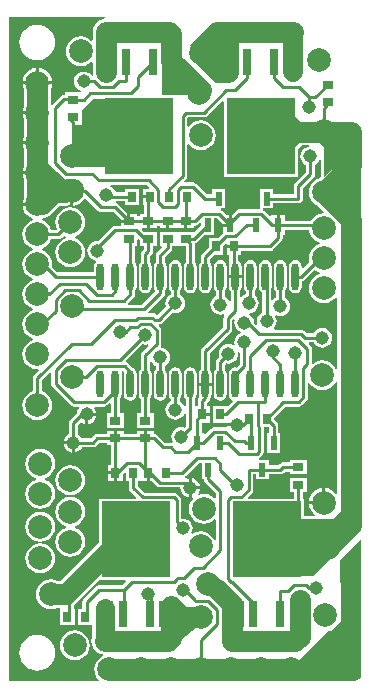
<source format=gtl>
%FSLAX25Y25*%
%MOIN*%
G70*
G01*
G75*
G04 Layer_Physical_Order=1*
G04 Layer_Color=255*
%ADD10R,0.03543X0.02756*%
%ADD11R,0.22835X0.25197*%
%ADD12R,0.03150X0.08661*%
%ADD13R,0.02362X0.04528*%
%ADD14R,0.02756X0.03543*%
%ADD15O,0.02362X0.09055*%
%ADD16C,0.07000*%
%ADD17C,0.01000*%
%ADD18C,0.06400*%
%ADD19C,0.06500*%
%ADD20R,0.60500X0.07500*%
%ADD21R,0.08000X0.18500*%
%ADD22C,0.07874*%
%ADD23C,0.04500*%
G36*
X47327Y165734D02*
X47136Y165272D01*
X45075D01*
Y163000D01*
X47453D01*
Y162000D01*
X45075D01*
Y159728D01*
X45471D01*
Y156831D01*
X44228D01*
Y155982D01*
X43272D01*
Y156831D01*
X41000D01*
Y154453D01*
X40500D01*
Y153953D01*
X37728D01*
Y152955D01*
X35925D01*
X35340Y152838D01*
X34844Y152507D01*
X30102Y147765D01*
X30000Y147778D01*
X29152Y147666D01*
X28361Y147339D01*
X27682Y146818D01*
X27161Y146139D01*
X26834Y145348D01*
X26722Y144500D01*
X26834Y143652D01*
X27161Y142861D01*
X27682Y142182D01*
X28361Y141661D01*
X29152Y141334D01*
X29313Y141312D01*
X29427Y140832D01*
X29427Y140832D01*
X29427D01*
D01*
D01*
D01*
X28945Y140111D01*
X28776Y139260D01*
Y137443D01*
X16720D01*
X14885Y139278D01*
X14980Y140000D01*
X14810Y141289D01*
X14312Y142490D01*
X13521Y143521D01*
X12490Y144313D01*
X11434Y144750D01*
Y145250D01*
X12490Y145687D01*
X13521Y146479D01*
X14312Y147510D01*
X14710Y148471D01*
X17000D01*
X17585Y148587D01*
X18081Y148919D01*
X18751Y149588D01*
X19567Y149250D01*
Y148750D01*
X18510Y148312D01*
X17479Y147521D01*
X16688Y146490D01*
X16190Y145289D01*
X16020Y144000D01*
X16190Y142711D01*
X16688Y141510D01*
X17479Y140479D01*
X18510Y139688D01*
X19711Y139190D01*
X21000Y139020D01*
X22289Y139190D01*
X23490Y139688D01*
X24521Y140479D01*
X25313Y141510D01*
X25810Y142711D01*
X25980Y144000D01*
X25810Y145289D01*
X25313Y146490D01*
X24521Y147521D01*
X23490Y148312D01*
X22433Y148750D01*
Y149250D01*
X23490Y149688D01*
X24521Y150479D01*
X25313Y151510D01*
X25810Y152711D01*
X25980Y154000D01*
X25810Y155289D01*
X25313Y156490D01*
X24521Y157521D01*
X23490Y158312D01*
X22289Y158810D01*
X21000Y158980D01*
X19711Y158810D01*
X18510Y158312D01*
X17479Y157521D01*
X16688Y156490D01*
X16190Y155289D01*
X16020Y154000D01*
X16190Y152711D01*
X16507Y151945D01*
X16230Y151529D01*
X14710D01*
X14312Y152490D01*
X13521Y153521D01*
X12490Y154313D01*
X11434Y154750D01*
Y155250D01*
X12150Y155547D01*
X12675Y155616D01*
X13316Y155881D01*
X13769Y156069D01*
X14709Y156791D01*
X17380Y159461D01*
X19068D01*
X20243Y159616D01*
X20371Y159669D01*
X21000Y159586D01*
Y164500D01*
X22000D01*
Y159586D01*
X22789Y159690D01*
X23990Y160187D01*
X25021Y160979D01*
X25737Y161912D01*
X26236Y161944D01*
X30262Y157919D01*
X30758Y157587D01*
X30855Y157568D01*
X31343Y157471D01*
X35319D01*
X37728Y155061D01*
Y154953D01*
X40000D01*
Y157116D01*
X37034Y160081D01*
X36538Y160413D01*
X36236Y160473D01*
X36285Y160971D01*
X39169D01*
Y159728D01*
X43925D01*
Y165272D01*
X39169D01*
Y164029D01*
X36091D01*
X35839Y164639D01*
X35318Y165318D01*
X34639Y165839D01*
X34298Y165980D01*
X34395Y166471D01*
X46590D01*
X47327Y165734D01*
D02*
G37*
G36*
X104480Y174628D02*
Y169399D01*
X103665Y168584D01*
X103010Y168313D01*
X101979Y167521D01*
X101188Y166490D01*
X100690Y165289D01*
X100520Y164000D01*
X100690Y162711D01*
X101188Y161510D01*
X101979Y160479D01*
X103010Y159687D01*
X103548Y159465D01*
X105571Y157441D01*
X105411Y156968D01*
X104211Y156810D01*
X103010Y156313D01*
X101979Y155521D01*
X101272Y154600D01*
X92421D01*
Y156335D01*
X90740D01*
Y153071D01*
X89740D01*
Y156335D01*
X88059D01*
Y156154D01*
X87597Y155963D01*
X85644Y157916D01*
X85238Y158187D01*
X85384Y158665D01*
X88681D01*
Y160400D01*
X97000D01*
X97585Y160516D01*
X98081Y160848D01*
X98413Y161344D01*
X98529Y161929D01*
X98529Y161929D01*
X98529Y161929D01*
Y161929D01*
Y165366D01*
X102081Y168919D01*
X102413Y169415D01*
X102432Y169512D01*
X102529Y170000D01*
Y173116D01*
X102639Y173161D01*
X103318Y173682D01*
X103839Y174361D01*
X103990Y174726D01*
X104480Y174628D01*
D02*
G37*
G36*
X34000Y178000D02*
X22000D01*
Y186000D01*
X22500Y186500D01*
X25000D01*
Y191500D01*
X28500Y195000D01*
X34000D01*
Y178000D01*
D02*
G37*
G36*
X113500Y182000D02*
Y171500D01*
X108000D01*
X105500Y169000D01*
Y179000D01*
X102500Y182000D01*
X114500Y183000D01*
X113500Y182000D01*
D02*
G37*
G36*
X60000Y152075D02*
X62272D01*
Y152923D01*
X62576D01*
X63161Y153040D01*
X63657Y153371D01*
X64117Y153831D01*
X64579Y153640D01*
Y153053D01*
X62399Y150873D01*
X62272Y150925D01*
Y150925D01*
X62272Y150925D01*
X56728D01*
D01*
D01*
X56728Y150925D01*
X56272Y150925D01*
Y150925D01*
X50728D01*
Y146169D01*
X51353D01*
X51544Y145707D01*
X49919Y144081D01*
X49587Y143585D01*
X49471Y143000D01*
Y140861D01*
X49428Y140832D01*
X48945Y140111D01*
X48776Y139260D01*
Y132567D01*
X48945Y131716D01*
X49389Y131052D01*
X44866Y126529D01*
X40346D01*
X40154Y126991D01*
X42081Y128919D01*
X42413Y129415D01*
X42529Y130000D01*
Y130966D01*
X42573Y130994D01*
X43055Y131716D01*
X43224Y132567D01*
Y139260D01*
X43055Y140111D01*
X42573Y140832D01*
X42529Y140861D01*
Y146169D01*
X43272D01*
Y148230D01*
X43734Y148422D01*
X44228Y147927D01*
Y146169D01*
X45471D01*
Y145133D01*
X44919Y144581D01*
X44587Y144085D01*
X44471Y143500D01*
Y140861D01*
X44427Y140832D01*
X43945Y140111D01*
X43776Y139260D01*
Y132567D01*
X43945Y131716D01*
X44427Y130994D01*
X45149Y130512D01*
X46000Y130343D01*
X46851Y130512D01*
X47572Y130994D01*
X48055Y131716D01*
X48224Y132567D01*
Y139260D01*
X48055Y140111D01*
X47572Y140832D01*
X47529Y140861D01*
Y142867D01*
X48081Y143419D01*
X48413Y143915D01*
X48529Y144500D01*
Y146169D01*
X49772D01*
Y150925D01*
X45556D01*
X44868Y151613D01*
X45060Y152075D01*
X46500D01*
Y154453D01*
X47500D01*
Y152075D01*
X49772D01*
Y152923D01*
X50728D01*
Y152075D01*
X53000D01*
Y154453D01*
X54000D01*
Y152075D01*
X56272D01*
Y152075D01*
X56272D01*
X56272Y152075D01*
X56728Y152075D01*
Y152075D01*
X59000D01*
Y154453D01*
X60000D01*
Y152075D01*
D02*
G37*
G36*
X113000Y55000D02*
X113500D01*
X113000Y54500D01*
Y54000D01*
X112546Y54045D01*
X105000Y46500D01*
X109500D01*
X111000Y45000D01*
X102000Y36000D01*
X95000D01*
Y46500D01*
X95947D01*
X95500Y55000D01*
X108500D01*
X111500Y58000D01*
X113000D01*
Y55000D01*
D02*
G37*
G36*
X64819Y68307D02*
X65509D01*
X65587Y67915D01*
X65919Y67419D01*
X69460Y63877D01*
Y62250D01*
X69011Y62029D01*
X67990Y62813D01*
X66789Y63310D01*
X65500Y63480D01*
X64211Y63310D01*
X63938Y63197D01*
X63634Y63593D01*
X63839Y63861D01*
X64166Y64652D01*
X64212Y65000D01*
X61500D01*
Y62288D01*
X61613Y62303D01*
X61863Y61870D01*
X61187Y60990D01*
X60690Y59789D01*
X60520Y58500D01*
X60690Y57211D01*
X61187Y56010D01*
X61979Y54979D01*
X63010Y54188D01*
X64211Y53690D01*
X65500Y53520D01*
X66789Y53690D01*
X67990Y54188D01*
X69011Y54971D01*
X69460Y54750D01*
Y48208D01*
X68970Y48111D01*
X68813Y48490D01*
X68021Y49521D01*
X66990Y50313D01*
X65789Y50810D01*
X64500Y50980D01*
X63211Y50810D01*
X62010Y50313D01*
X61763Y50123D01*
X61366Y50427D01*
X61666Y51152D01*
X61778Y52000D01*
X61666Y52848D01*
X61339Y53639D01*
X60818Y54318D01*
X60139Y54839D01*
X59348Y55166D01*
X58500Y55278D01*
X58299Y55252D01*
X57923Y55581D01*
Y61523D01*
X57807Y62108D01*
X57475Y62604D01*
X56596Y63483D01*
X56100Y63815D01*
X55515Y63931D01*
X45732D01*
X43529Y66133D01*
Y67728D01*
X44331D01*
Y67728D01*
X44331D01*
X44331Y67728D01*
X44669D01*
Y67728D01*
X46547D01*
Y70500D01*
X47547D01*
Y67728D01*
X48291D01*
X49872Y66147D01*
X49872D01*
X49872Y66147D01*
X49872D01*
X49872Y66147D01*
Y66147D01*
X49872Y66147D01*
Y66147D01*
X50368Y65815D01*
X50954Y65699D01*
X57547D01*
X57722Y65500D01*
X57834Y64652D01*
X58161Y63861D01*
X58682Y63182D01*
X59361Y62661D01*
X60152Y62334D01*
X60500Y62288D01*
Y65500D01*
Y68712D01*
X60152Y68666D01*
X59947Y68581D01*
X59857Y68641D01*
X59272Y68758D01*
X59272Y69319D01*
X59420Y69419D01*
X63807Y73805D01*
X64819D01*
Y68307D01*
D02*
G37*
G36*
X109961Y100795D02*
Y63574D01*
X109488Y63413D01*
X109021Y64021D01*
X107990Y64812D01*
X106789Y65310D01*
X106000Y65414D01*
Y60500D01*
X105500D01*
Y60000D01*
X100586D01*
X100690Y59211D01*
X101188Y58010D01*
X101979Y56979D01*
X102612Y56493D01*
X102451Y56020D01*
X98894D01*
Y61902D01*
X98529D01*
Y64169D01*
X99772D01*
Y68925D01*
X94228D01*
Y64169D01*
X95471D01*
Y61902D01*
X80375D01*
X80183Y62363D01*
X81581Y63762D01*
X81913Y64258D01*
X82029Y64843D01*
X82029Y64843D01*
X82029Y64843D01*
Y64843D01*
Y70042D01*
X82819D01*
Y68307D01*
X87181D01*
Y69971D01*
X91000D01*
X91585Y70087D01*
X92081Y70419D01*
X92586Y70923D01*
X94228D01*
Y70075D01*
X99772D01*
Y74831D01*
X94228D01*
Y73982D01*
X91953D01*
X91368Y73866D01*
X90871Y73534D01*
X90367Y73029D01*
X87181D01*
Y74835D01*
X83884D01*
X83738Y75313D01*
X84144Y75584D01*
X84144Y75584D01*
X84144Y75584D01*
X85022Y76463D01*
X85354Y76959D01*
X85470Y77544D01*
X85470Y77544D01*
X85470Y77544D01*
Y77544D01*
Y85728D01*
X87062D01*
X87211Y85579D01*
Y83693D01*
X86559D01*
Y77165D01*
X90921D01*
Y83693D01*
X90270D01*
Y86213D01*
X90153Y86798D01*
X89822Y87294D01*
X88831Y88285D01*
Y88715D01*
X92645Y92530D01*
X97110D01*
X97696Y92646D01*
X98192Y92978D01*
X98192Y92978D01*
X98192Y92978D01*
X99762Y94548D01*
X100094Y95044D01*
X100210Y95630D01*
X100210Y95630D01*
X100210Y95630D01*
Y95630D01*
Y100415D01*
X100688Y100510D01*
X101479Y99479D01*
X102510Y98687D01*
X103711Y98190D01*
X105000Y98020D01*
X106289Y98190D01*
X107490Y98687D01*
X108521Y99479D01*
X109312Y100510D01*
X109471Y100892D01*
X109961Y100795D01*
D02*
G37*
G36*
X62500Y19500D02*
X63500D01*
X54000Y11500D01*
X55000Y20000D01*
X58500Y23500D01*
X62500Y19500D01*
D02*
G37*
G36*
X77000Y203000D02*
X74500Y200500D01*
X69500D01*
X61500Y208500D01*
Y212500D01*
X61000Y213000D01*
X65500Y217500D01*
X70000D01*
X77000Y203000D01*
D02*
G37*
G36*
X1000Y222500D02*
X32680D01*
X32713Y222001D01*
X31825Y221884D01*
X30731Y221431D01*
X29791Y220709D01*
X29069Y219769D01*
X28616Y218675D01*
X28461Y217500D01*
Y214749D01*
X28013Y214528D01*
X26990Y215313D01*
X25789Y215810D01*
X24500Y215980D01*
X23211Y215810D01*
X22010Y215313D01*
X20979Y214521D01*
X20188Y213490D01*
X19690Y212289D01*
X19520Y211000D01*
X19690Y209711D01*
X20188Y208510D01*
X20979Y207479D01*
X22010Y206687D01*
X23211Y206190D01*
X24500Y206020D01*
X25789Y206190D01*
X26990Y206687D01*
X28013Y207472D01*
X28461Y207251D01*
Y204000D01*
X28577Y203122D01*
X28115Y202931D01*
X27818Y203318D01*
X27139Y203839D01*
X26348Y204166D01*
X25500Y204278D01*
X24652Y204166D01*
X23861Y203839D01*
X23182Y203318D01*
X22661Y202639D01*
X22334Y201848D01*
X22222Y201000D01*
X22334Y200152D01*
X22661Y199361D01*
X23182Y198682D01*
X23861Y198161D01*
X24652Y197834D01*
X24682Y197830D01*
X24649Y197331D01*
X19228D01*
Y196529D01*
X19000D01*
X18415Y196413D01*
X17919Y196081D01*
X15001Y193164D01*
X14539Y193355D01*
Y198557D01*
X14810Y199211D01*
X14914Y200000D01*
X5086D01*
X5190Y199211D01*
X5461Y198557D01*
Y192443D01*
X5190Y191789D01*
X5086Y191000D01*
X10000D01*
Y190000D01*
X5086D01*
X5190Y189211D01*
X5461Y188557D01*
Y182443D01*
X5190Y181789D01*
X5086Y181000D01*
X10000D01*
Y180000D01*
X5086D01*
X5190Y179211D01*
X5461Y178557D01*
Y172443D01*
X5190Y171789D01*
X5086Y171000D01*
X8500D01*
Y173000D01*
X11500D01*
X12250Y173750D01*
X12500Y174500D01*
X20500Y167000D01*
X19000D01*
X10000Y163500D01*
X8500Y165000D01*
Y170000D01*
X5086D01*
X5190Y169211D01*
X5461Y168557D01*
Y161943D01*
X5190Y161289D01*
X5086Y160500D01*
X10000D01*
Y159500D01*
X5086D01*
X5190Y158711D01*
X5688Y157510D01*
X6479Y156479D01*
X7510Y155687D01*
X8567Y155250D01*
Y154750D01*
X7510Y154313D01*
X6479Y153521D01*
X5688Y152490D01*
X5190Y151289D01*
X5020Y150000D01*
X5190Y148711D01*
X5688Y147510D01*
X6479Y146479D01*
X7510Y145687D01*
X8567Y145250D01*
Y144750D01*
X7510Y144313D01*
X6479Y143521D01*
X5688Y142490D01*
X5190Y141289D01*
X5020Y140000D01*
X5190Y138711D01*
X5688Y137510D01*
X6479Y136479D01*
X7510Y135687D01*
X8567Y135250D01*
Y134750D01*
X7510Y134312D01*
X6479Y133521D01*
X5688Y132490D01*
X5190Y131289D01*
X5020Y130000D01*
X5190Y128711D01*
X5688Y127510D01*
X6479Y126479D01*
X7510Y125688D01*
X8567Y125250D01*
Y124750D01*
X7510Y124312D01*
X6479Y123521D01*
X5688Y122490D01*
X5190Y121289D01*
X5020Y120000D01*
X5190Y118711D01*
X5688Y117510D01*
X6479Y116479D01*
X7510Y115688D01*
X8567Y115250D01*
Y114750D01*
X7510Y114313D01*
X6479Y113521D01*
X5688Y112490D01*
X5190Y111289D01*
X5020Y110000D01*
X5190Y108711D01*
X5688Y107510D01*
X6479Y106479D01*
X7510Y105687D01*
X8711Y105190D01*
X10000Y105020D01*
X10216Y105049D01*
X10438Y104600D01*
X8919Y103081D01*
X8587Y102585D01*
X8471Y102000D01*
Y97710D01*
X7510Y97312D01*
X6479Y96521D01*
X5688Y95490D01*
X5190Y94289D01*
X5020Y93000D01*
X5190Y91711D01*
X5688Y90510D01*
X6479Y89479D01*
X7510Y88687D01*
X8711Y88190D01*
X10000Y88020D01*
X11289Y88190D01*
X12490Y88687D01*
X13521Y89479D01*
X14312Y90510D01*
X14810Y91711D01*
X14980Y93000D01*
X14810Y94289D01*
X14312Y95490D01*
X13521Y96521D01*
X12490Y97312D01*
X11529Y97710D01*
Y101366D01*
X14072Y103909D01*
X14534Y103717D01*
Y100248D01*
X14534Y100248D01*
X14534D01*
X14650Y99663D01*
X14981Y99167D01*
X21170Y92978D01*
X21667Y92646D01*
X22252Y92530D01*
X23779D01*
X24001Y92081D01*
X23661Y91639D01*
X23334Y90848D01*
X23280Y90443D01*
X20919Y88081D01*
X20587Y87585D01*
X20471Y87000D01*
Y83384D01*
X20361Y83339D01*
X19682Y82818D01*
X19161Y82139D01*
X18834Y81348D01*
X18788Y81000D01*
X22000D01*
Y80500D01*
X22500D01*
Y77288D01*
X22848Y77334D01*
X23639Y77661D01*
X24318Y78182D01*
X24839Y78861D01*
X24884Y78971D01*
X28500D01*
X29085Y79087D01*
X29581Y79419D01*
X29581Y79419D01*
X29581Y79419D01*
X30634Y80471D01*
X33228D01*
Y79669D01*
X34518D01*
Y73272D01*
X33669D01*
Y71000D01*
X36047D01*
Y70500D01*
X36547D01*
Y67728D01*
X38425D01*
Y70081D01*
X39113Y70768D01*
X39575Y70577D01*
Y67728D01*
X40471D01*
Y65500D01*
X40471Y65500D01*
X40471D01*
X40587Y64915D01*
X40919Y64419D01*
X42974Y62363D01*
X42782Y61902D01*
X30559D01*
Y47417D01*
X30296Y47215D01*
X17620Y34539D01*
X16443D01*
X15789Y34810D01*
X14500Y34980D01*
X13211Y34810D01*
X12010Y34312D01*
X10979Y33521D01*
X10187Y32490D01*
X9690Y31289D01*
X9520Y30000D01*
X9690Y28711D01*
X10187Y27510D01*
X10979Y26479D01*
X12010Y25688D01*
X13211Y25190D01*
X14500Y25020D01*
X15789Y25190D01*
X16443Y25461D01*
X17669D01*
Y25272D01*
X17669D01*
Y19728D01*
X22425D01*
Y25272D01*
X22077D01*
Y26305D01*
X22709Y26791D01*
X30624Y34705D01*
X39389D01*
X39580Y34243D01*
X38366Y33029D01*
X30429D01*
X29844Y32913D01*
X29348Y32581D01*
X25419Y28653D01*
X25087Y28156D01*
X24971Y27571D01*
Y25272D01*
X23575D01*
Y19728D01*
X28264D01*
Y16032D01*
X28116Y15675D01*
X27961Y14500D01*
X28116Y13325D01*
X28569Y12231D01*
X29291Y11291D01*
X30231Y10569D01*
X31325Y10116D01*
X31980Y10030D01*
X32045Y9534D01*
X31510Y9313D01*
X30479Y8521D01*
X29688Y7490D01*
X29190Y6289D01*
X29020Y5000D01*
X29190Y3711D01*
X29688Y2510D01*
X30479Y1479D01*
X30486Y1474D01*
X30325Y1000D01*
X500D01*
Y222347D01*
X962Y222538D01*
X1000Y222500D01*
D02*
G37*
G36*
X118000Y2000D02*
X116000Y1000D01*
X94500D01*
X97000Y7500D01*
X107063Y17563D01*
X108252D01*
X111437Y20748D01*
X111000Y38000D01*
Y41500D01*
X118000Y48000D01*
Y2000D01*
D02*
G37*
G36*
X63000Y200500D02*
Y200000D01*
X60000Y196500D01*
X51500D01*
Y204000D01*
X55500D01*
X57500Y206000D01*
X63000Y200500D01*
D02*
G37*
G36*
X98000Y187500D02*
X94000Y187000D01*
X95000Y188000D01*
Y190500D01*
X98000Y187500D01*
D02*
G37*
G36*
X97500Y181000D02*
X98000D01*
X95000Y178000D01*
Y183500D01*
X97500Y181000D01*
D02*
G37*
G36*
X72106Y194290D02*
Y169098D01*
X96941D01*
Y178499D01*
X98202Y179760D01*
X100544Y179721D01*
X100573Y179222D01*
X100152Y179166D01*
X99361Y178839D01*
X98682Y178318D01*
X98161Y177639D01*
X97834Y176848D01*
X97722Y176000D01*
X97834Y175152D01*
X98161Y174361D01*
X98682Y173682D01*
X99361Y173161D01*
X99471Y173116D01*
Y170633D01*
X95919Y167081D01*
X95587Y166585D01*
X95471Y166000D01*
Y163459D01*
X88681D01*
Y165193D01*
X84319D01*
Y158665D01*
D01*
Y158665D01*
X84018Y158364D01*
X77165D01*
X76580Y158248D01*
X76084Y157916D01*
X74740Y156572D01*
Y153071D01*
X74240D01*
Y152571D01*
X72059D01*
Y150580D01*
X71773Y150389D01*
X70156Y148772D01*
X67169D01*
Y145785D01*
X64919Y143534D01*
X64587Y143038D01*
X64471Y142453D01*
Y140861D01*
X64428Y140832D01*
X63946Y140111D01*
X63776Y139260D01*
Y132567D01*
X63946Y131716D01*
X64428Y130994D01*
X65149Y130512D01*
X66000Y130343D01*
X66851Y130512D01*
X67572Y130994D01*
X68054Y131716D01*
X68224Y132567D01*
Y139260D01*
X68054Y140111D01*
X67572Y140832D01*
X67529Y140861D01*
Y141819D01*
X68938Y143228D01*
X71925D01*
Y146215D01*
X72613Y146903D01*
X73075Y146711D01*
Y146500D01*
X75453D01*
Y145500D01*
X73075D01*
Y143228D01*
X73923D01*
Y140000D01*
X73776Y139260D01*
Y136413D01*
X78224D01*
Y139260D01*
X78054Y140111D01*
X77573Y140832D01*
X76982Y141227D01*
Y143228D01*
X77831D01*
Y144471D01*
X87500D01*
X88085Y144587D01*
X88581Y144919D01*
X88582Y144919D01*
X88581Y144919D01*
X91322Y147659D01*
X91653Y148155D01*
X91653Y148155D01*
X91653Y148155D01*
X91769Y148740D01*
Y149807D01*
X92421D01*
Y151541D01*
X100581D01*
X100690Y150711D01*
X101188Y149510D01*
X101979Y148479D01*
X103010Y147687D01*
X104067Y147250D01*
Y146750D01*
X103010Y146312D01*
X101979Y145521D01*
X101188Y144490D01*
X100690Y143289D01*
X100520Y142000D01*
X100674Y140837D01*
X98686Y138849D01*
X98224Y139040D01*
Y139260D01*
X98054Y140111D01*
X97572Y140832D01*
X96851Y141314D01*
X96000Y141484D01*
X95149Y141314D01*
X94428Y140832D01*
X93945Y140111D01*
X93776Y139260D01*
Y132567D01*
X93945Y131716D01*
X94428Y130994D01*
X95149Y130512D01*
X96000Y130343D01*
X96851Y130512D01*
X97572Y130994D01*
X98054Y131716D01*
X98224Y132567D01*
Y134446D01*
X98499Y134500D01*
X98995Y134832D01*
X102354Y138191D01*
X103010Y137688D01*
X104067Y137250D01*
Y136750D01*
X103010Y136312D01*
X101979Y135521D01*
X101188Y134490D01*
X100690Y133289D01*
X100520Y132000D01*
X100690Y130711D01*
X101188Y129510D01*
X101979Y128479D01*
X103010Y127688D01*
X104211Y127190D01*
X105500Y127020D01*
X106789Y127190D01*
X107990Y127688D01*
X109021Y128479D01*
X109488Y129087D01*
X109961Y128926D01*
Y105205D01*
X109471Y105108D01*
X109312Y105490D01*
X108521Y106521D01*
X107490Y107313D01*
X106289Y107810D01*
X105000Y107980D01*
X103711Y107810D01*
X102510Y107313D01*
X101978Y106904D01*
X101529Y107125D01*
Y111803D01*
X101413Y112389D01*
X101081Y112885D01*
X100458Y113509D01*
X100649Y113971D01*
X102116D01*
X102161Y113861D01*
X102682Y113182D01*
X103361Y112661D01*
X104152Y112334D01*
X105000Y112222D01*
X105848Y112334D01*
X106639Y112661D01*
X107318Y113182D01*
X107839Y113861D01*
X108166Y114652D01*
X108278Y115500D01*
X108166Y116348D01*
X107839Y117139D01*
X107318Y117818D01*
X106639Y118339D01*
X105848Y118666D01*
X105000Y118778D01*
X104152Y118666D01*
X103361Y118339D01*
X102682Y117818D01*
X102161Y117139D01*
X102116Y117029D01*
X99765D01*
X98963Y117831D01*
X98467Y118163D01*
X97882Y118279D01*
X89074D01*
X88853Y118728D01*
X89339Y119361D01*
X89666Y120152D01*
X89778Y121000D01*
X89666Y121848D01*
X89339Y122639D01*
X89329Y122652D01*
X89634Y123048D01*
X90152Y122834D01*
X91000Y122722D01*
X91848Y122834D01*
X92639Y123161D01*
X93318Y123682D01*
X93839Y124361D01*
X94166Y125152D01*
X94278Y126000D01*
X94166Y126848D01*
X93839Y127639D01*
X93318Y128318D01*
X92639Y128839D01*
X92529Y128884D01*
Y130966D01*
X92572Y130994D01*
X93054Y131716D01*
X93224Y132567D01*
Y139260D01*
X93054Y140111D01*
X92572Y140832D01*
X91851Y141314D01*
X91000Y141484D01*
X90149Y141314D01*
X89428Y140832D01*
X88946Y140111D01*
X88776Y139260D01*
Y132567D01*
X88946Y131716D01*
X89428Y130994D01*
X89471Y130966D01*
Y128884D01*
X89361Y128839D01*
X88682Y128318D01*
X88503Y128084D01*
X88029Y128245D01*
Y131678D01*
X88055Y131716D01*
X88224Y132567D01*
Y139260D01*
X88055Y140111D01*
X87572Y140832D01*
X86851Y141314D01*
X86000Y141484D01*
X85149Y141314D01*
X84427Y140832D01*
X83946Y140111D01*
X83776Y139260D01*
Y132567D01*
X83946Y131716D01*
X84427Y130994D01*
X84971Y130632D01*
Y123884D01*
X84861Y123839D01*
X84182Y123318D01*
X83661Y122639D01*
X83334Y121848D01*
X83222Y121000D01*
X83334Y120152D01*
X83425Y119932D01*
X83009Y119654D01*
X82265Y120398D01*
X82278Y120500D01*
X82166Y121348D01*
X81839Y122139D01*
X81318Y122818D01*
X80711Y123284D01*
X80840Y123767D01*
X81348Y123834D01*
X82139Y124161D01*
X82818Y124682D01*
X83339Y125361D01*
X83666Y126152D01*
X83778Y127000D01*
X83666Y127848D01*
X83339Y128639D01*
X82818Y129318D01*
X82529Y129539D01*
Y130966D01*
X82573Y130994D01*
X83055Y131716D01*
X83224Y132567D01*
Y139260D01*
X83055Y140111D01*
X82573Y140832D01*
X81851Y141314D01*
X81000Y141484D01*
X80149Y141314D01*
X79427Y140832D01*
X78945Y140111D01*
X78776Y139260D01*
Y132567D01*
X78945Y131716D01*
X79427Y130994D01*
X79471Y130966D01*
Y130091D01*
X78861Y129839D01*
X78182Y129318D01*
X78003Y129084D01*
X77529Y129245D01*
Y130966D01*
X77573Y130994D01*
X78054Y131716D01*
X78224Y132567D01*
Y135413D01*
X73776D01*
Y132567D01*
X73945Y131716D01*
X74427Y130994D01*
X74471Y130966D01*
Y127895D01*
X73980Y127798D01*
X73839Y128139D01*
X73318Y128818D01*
X72639Y129339D01*
X72529Y129384D01*
Y130966D01*
X72572Y130994D01*
X73054Y131716D01*
X73224Y132567D01*
Y139260D01*
X73054Y140111D01*
X72572Y140832D01*
X71851Y141314D01*
X71000Y141484D01*
X70149Y141314D01*
X69428Y140832D01*
X68945Y140111D01*
X68776Y139260D01*
Y132567D01*
X68945Y131716D01*
X69428Y130994D01*
X69471Y130966D01*
Y129384D01*
X69361Y129339D01*
X68682Y128818D01*
X68161Y128139D01*
X67834Y127348D01*
X67722Y126500D01*
X67834Y125652D01*
X68161Y124861D01*
X68682Y124182D01*
X69361Y123661D01*
X70152Y123334D01*
X71000Y123222D01*
X71848Y123334D01*
X72073Y123427D01*
X72080Y123420D01*
X72391Y123041D01*
X72087Y122585D01*
X71971Y122000D01*
Y119133D01*
X64919Y112081D01*
X64587Y111585D01*
X64471Y111000D01*
Y105034D01*
X64428Y105006D01*
X63946Y104284D01*
X63776Y103433D01*
Y100587D01*
X68224D01*
Y103433D01*
X68054Y104284D01*
X67572Y105006D01*
X67529Y105034D01*
Y110366D01*
X74581Y117419D01*
X74913Y117915D01*
X75029Y118500D01*
X75029Y118500D01*
X75029Y118500D01*
Y118500D01*
Y121367D01*
X75509Y121846D01*
X75925Y121568D01*
X75834Y121348D01*
X75722Y120500D01*
X75834Y119652D01*
X76161Y118861D01*
X76682Y118182D01*
X77361Y117661D01*
X77750Y117500D01*
Y117000D01*
X77361Y116839D01*
X76682Y116318D01*
X76161Y115639D01*
X75834Y114848D01*
X75722Y114000D01*
X75826Y113210D01*
X75446Y112991D01*
X75385Y112966D01*
X75318Y113018D01*
X74527Y113345D01*
X73679Y113457D01*
X72830Y113345D01*
X72040Y113018D01*
X71361Y112497D01*
X70840Y111818D01*
X70513Y111027D01*
X70401Y110179D01*
X70513Y109330D01*
X70558Y109221D01*
X69919Y108581D01*
X69587Y108085D01*
X69471Y107500D01*
Y105034D01*
X69428Y105006D01*
X68945Y104284D01*
X68776Y103433D01*
Y96740D01*
X68945Y95889D01*
X69428Y95168D01*
X70149Y94686D01*
X71000Y94516D01*
X71851Y94686D01*
X72572Y95168D01*
X73054Y95889D01*
X73224Y96740D01*
Y103433D01*
X73054Y104284D01*
X72572Y105006D01*
X72529Y105034D01*
Y106286D01*
X72781Y106894D01*
X72905Y107003D01*
X73679Y106901D01*
X74527Y107013D01*
X75318Y107340D01*
X75997Y107861D01*
X76518Y108540D01*
X76845Y109330D01*
X76957Y110179D01*
X76853Y110969D01*
X77038Y111075D01*
X77355Y110892D01*
X77471Y110614D01*
Y106633D01*
X76412Y105575D01*
X76000Y105657D01*
X75149Y105488D01*
X74427Y105006D01*
X73945Y104284D01*
X73776Y103433D01*
Y96740D01*
X73945Y95889D01*
X74427Y95168D01*
X75045Y94755D01*
X75094Y94257D01*
X73527Y92690D01*
X73331Y92772D01*
Y92772D01*
X73331Y92772D01*
X68575D01*
Y87228D01*
X72939D01*
X73139Y87000D01*
X76500D01*
Y86000D01*
X73288D01*
X73289Y85988D01*
X72924Y85646D01*
X72543Y85722D01*
X68938D01*
X68353Y85606D01*
X67856Y85274D01*
X65903Y83321D01*
X65441Y83512D01*
Y83693D01*
X64789D01*
Y87228D01*
X67425D01*
Y89500D01*
X65047D01*
Y90500D01*
X67425D01*
Y92772D01*
X66577D01*
Y93914D01*
X67081Y94419D01*
X67413Y94915D01*
X67447Y95083D01*
X67572Y95168D01*
X68054Y95889D01*
X68224Y96740D01*
Y99587D01*
X63776D01*
Y96740D01*
X63946Y95889D01*
X64058Y95721D01*
X63966Y95629D01*
X63634Y95132D01*
X63518Y94547D01*
Y92772D01*
X62669D01*
D01*
X62669D01*
X62529Y92912D01*
Y95139D01*
X62572Y95168D01*
X63055Y95889D01*
X63224Y96740D01*
Y103433D01*
X63055Y104284D01*
X62572Y105006D01*
X61851Y105488D01*
X61000Y105657D01*
X60149Y105488D01*
X59427Y105006D01*
X58946Y104284D01*
X58776Y103433D01*
Y96740D01*
X58946Y95889D01*
X59427Y95168D01*
X59471Y95139D01*
Y92895D01*
X58980Y92798D01*
X58839Y93139D01*
X58318Y93818D01*
X57639Y94339D01*
X57529Y94384D01*
Y95139D01*
X57573Y95168D01*
X58055Y95889D01*
X58224Y96740D01*
Y103433D01*
X58055Y104284D01*
X57573Y105006D01*
X56851Y105488D01*
X56000Y105657D01*
X55149Y105488D01*
X54427Y105006D01*
X53945Y104284D01*
X53776Y103433D01*
Y96740D01*
X53945Y95889D01*
X54427Y95168D01*
X54471Y95139D01*
Y94384D01*
X54361Y94339D01*
X53682Y93818D01*
X53161Y93139D01*
X52834Y92348D01*
X52722Y91500D01*
X52834Y90652D01*
X53161Y89861D01*
X53682Y89182D01*
X54361Y88661D01*
X55152Y88334D01*
X56000Y88222D01*
X56848Y88334D01*
X57639Y88661D01*
X58318Y89182D01*
X58839Y89861D01*
X58980Y90202D01*
X59471Y90105D01*
Y86116D01*
X59419Y86081D01*
X58958Y85621D01*
X58848Y85666D01*
X58000Y85778D01*
X57152Y85666D01*
X56361Y85339D01*
X55682Y84818D01*
X55161Y84139D01*
X54834Y83348D01*
X54722Y82500D01*
X54834Y81652D01*
X55161Y80861D01*
X54673Y80487D01*
X54458Y80529D01*
X52634D01*
X50034Y83129D01*
X49538Y83460D01*
X48953Y83577D01*
X48772D01*
Y84425D01*
X46500D01*
Y82047D01*
X45500D01*
Y84425D01*
X43228D01*
Y83577D01*
X38772D01*
Y84425D01*
X36500D01*
Y82047D01*
X35500D01*
Y84425D01*
X33228D01*
Y83529D01*
X30000D01*
X29415Y83413D01*
X28919Y83081D01*
X27867Y82029D01*
X24884D01*
X24839Y82139D01*
X24318Y82818D01*
X23639Y83339D01*
X23529Y83384D01*
Y86366D01*
X24557Y87394D01*
X24861Y87161D01*
X25652Y86834D01*
X26000Y86788D01*
Y90000D01*
X26500D01*
Y90500D01*
X29712D01*
X29666Y90848D01*
X29339Y91639D01*
X29000Y92081D01*
X29221Y92530D01*
X32111D01*
X32696Y92646D01*
X33192Y92978D01*
X33192Y92978D01*
X33192Y92978D01*
X34009Y93794D01*
X34471Y93603D01*
Y90331D01*
X33228D01*
Y85575D01*
X38772D01*
Y90331D01*
X37529D01*
Y95139D01*
X37573Y95168D01*
X38055Y95889D01*
X38224Y96740D01*
Y103433D01*
X38072Y104198D01*
X38194Y104348D01*
X38693Y104372D01*
X38918Y104147D01*
X38776Y103433D01*
Y96740D01*
X38945Y95889D01*
X39428Y95168D01*
X40149Y94686D01*
X41000Y94516D01*
X41851Y94686D01*
X42573Y95168D01*
X43055Y95889D01*
X43224Y96740D01*
Y103433D01*
X43055Y104284D01*
X42573Y105006D01*
X42009Y105382D01*
X40196Y107196D01*
X39722Y107512D01*
X39673Y108010D01*
X45042Y113379D01*
X45152Y113334D01*
X46000Y113222D01*
X46844Y113333D01*
X46875Y113270D01*
X47043Y112863D01*
X44946Y110766D01*
X44615Y110270D01*
X44498Y109684D01*
Y105053D01*
X44427Y105006D01*
X43945Y104284D01*
X43776Y103433D01*
Y96740D01*
X43945Y95889D01*
X44427Y95168D01*
X44471Y95139D01*
Y90331D01*
X43228D01*
Y85575D01*
X48772D01*
Y90331D01*
X47529D01*
Y95139D01*
X47572Y95168D01*
X48055Y95889D01*
X48224Y96740D01*
Y103433D01*
X48055Y104284D01*
X47572Y105006D01*
X47557Y105016D01*
Y107538D01*
X48047Y107636D01*
X48161Y107361D01*
X48682Y106682D01*
X49361Y106161D01*
X49471Y106116D01*
Y105034D01*
X49428Y105006D01*
X48945Y104284D01*
X48776Y103433D01*
Y96740D01*
X48945Y95889D01*
X49428Y95168D01*
X50149Y94686D01*
X51000Y94516D01*
X51851Y94686D01*
X52573Y95168D01*
X53054Y95889D01*
X53224Y96740D01*
Y103433D01*
X53054Y104284D01*
X52573Y105006D01*
X52529Y105034D01*
Y106116D01*
X52639Y106161D01*
X53318Y106682D01*
X53839Y107361D01*
X54166Y108152D01*
X54278Y109000D01*
X54166Y109848D01*
X53839Y110639D01*
X53318Y111318D01*
X52639Y111839D01*
X51848Y112166D01*
X51285Y112241D01*
X51079Y112696D01*
X51163Y112822D01*
X51279Y113407D01*
X51279Y113407D01*
X51279Y113407D01*
Y113407D01*
Y118053D01*
X51163Y118639D01*
X50831Y119135D01*
X50454Y119512D01*
X50599Y119990D01*
X51085Y120087D01*
X51581Y120419D01*
X55042Y123879D01*
X55152Y123834D01*
X56000Y123722D01*
X56848Y123834D01*
X57639Y124161D01*
X58318Y124682D01*
X58839Y125361D01*
X59166Y126152D01*
X59278Y127000D01*
X59166Y127848D01*
X58839Y128639D01*
X58318Y129318D01*
X57639Y129839D01*
X57529Y129884D01*
Y130966D01*
X57573Y130994D01*
X58055Y131716D01*
X58224Y132567D01*
Y139260D01*
X58055Y140111D01*
X57573Y140832D01*
X56851Y141314D01*
X56000Y141484D01*
X55149Y141314D01*
X54427Y140832D01*
X53945Y140111D01*
X53776Y139260D01*
Y132567D01*
X53945Y131716D01*
X54427Y130994D01*
X54471Y130966D01*
Y129884D01*
X54361Y129839D01*
X53682Y129318D01*
X53161Y128639D01*
X52834Y127848D01*
X52722Y127000D01*
X52834Y126152D01*
X52879Y126042D01*
X49867Y123029D01*
X49765D01*
X49463Y123331D01*
X48967Y123663D01*
X48382Y123779D01*
X47096D01*
X46904Y124241D01*
X52081Y129419D01*
X52413Y129915D01*
X52432Y130012D01*
X52529Y130500D01*
Y130966D01*
X52573Y130994D01*
X53054Y131716D01*
X53224Y132567D01*
Y139260D01*
X53054Y140111D01*
X52573Y140832D01*
X52529Y140861D01*
Y142367D01*
X54581Y144419D01*
X54913Y144915D01*
X55029Y145500D01*
Y146169D01*
X56272D01*
Y146169D01*
X56272D01*
X56272Y146169D01*
X56728Y146169D01*
Y146169D01*
X59471D01*
Y140861D01*
X59427Y140832D01*
X58946Y140111D01*
X58776Y139260D01*
Y132567D01*
X58946Y131716D01*
X59427Y130994D01*
X60149Y130512D01*
X61000Y130343D01*
X61851Y130512D01*
X62572Y130994D01*
X63055Y131716D01*
X63224Y132567D01*
Y139260D01*
X63055Y140111D01*
X62572Y140832D01*
X62529Y140861D01*
Y147047D01*
X62552Y147081D01*
X62822Y147134D01*
X63318Y147466D01*
X65659Y149807D01*
X68941D01*
Y155305D01*
X69843D01*
X71577Y153571D01*
X73740D01*
Y156335D01*
X73139D01*
X71558Y157916D01*
X71153Y158187D01*
X71298Y158665D01*
X72681D01*
Y165193D01*
X68319D01*
Y163459D01*
X66428D01*
X63033Y166853D01*
X62537Y167185D01*
X61952Y167301D01*
X59117D01*
X58926Y167763D01*
X59581Y168419D01*
X59913Y168915D01*
X60029Y169500D01*
X60029Y169500D01*
X60029Y169500D01*
Y169500D01*
Y179938D01*
X60503Y180099D01*
X60979Y179479D01*
X62010Y178688D01*
X63211Y178190D01*
X64500Y178020D01*
X65789Y178190D01*
X66990Y178688D01*
X68021Y179479D01*
X68813Y180510D01*
X69310Y181711D01*
X69480Y183000D01*
X69310Y184289D01*
X68813Y185490D01*
X68021Y186521D01*
X66990Y187312D01*
X65789Y187810D01*
X64500Y187980D01*
X63211Y187810D01*
X62010Y187312D01*
X60979Y186521D01*
X60503Y185901D01*
X60029Y186062D01*
Y188866D01*
X60133Y188971D01*
X65500D01*
X66085Y189087D01*
X66581Y189419D01*
X66581Y189419D01*
X66581Y189419D01*
X71644Y194482D01*
X72106Y194290D01*
D02*
G37*
%LPC*%
G36*
X11000Y57480D02*
X9711Y57310D01*
X8510Y56813D01*
X7479Y56021D01*
X6688Y54990D01*
X6190Y53789D01*
X6020Y52500D01*
X6190Y51211D01*
X6688Y50010D01*
X7479Y48979D01*
X8510Y48188D01*
X9711Y47690D01*
X11000Y47520D01*
X12289Y47690D01*
X13490Y48188D01*
X14521Y48979D01*
X15313Y50010D01*
X15810Y51211D01*
X15980Y52500D01*
X15810Y53789D01*
X15313Y54990D01*
X14521Y56021D01*
X13490Y56813D01*
X12289Y57310D01*
X11000Y57480D01*
D02*
G37*
G36*
Y78480D02*
X9711Y78310D01*
X8510Y77812D01*
X7479Y77021D01*
X6688Y75990D01*
X6190Y74789D01*
X6020Y73500D01*
X6190Y72211D01*
X6688Y71010D01*
X7479Y69979D01*
X8510Y69187D01*
X9567Y68750D01*
Y68250D01*
X8510Y67813D01*
X7479Y67021D01*
X6688Y65990D01*
X6190Y64789D01*
X6020Y63500D01*
X6190Y62211D01*
X6688Y61010D01*
X7479Y59979D01*
X8510Y59188D01*
X9711Y58690D01*
X11000Y58520D01*
X12289Y58690D01*
X13490Y59188D01*
X14521Y59979D01*
X15313Y61010D01*
X15810Y62211D01*
X15980Y63500D01*
X15810Y64789D01*
X15313Y65990D01*
X14521Y67021D01*
X13490Y67813D01*
X12433Y68250D01*
Y68750D01*
X13490Y69187D01*
X14521Y69979D01*
X15313Y71010D01*
X15810Y72211D01*
X15980Y73500D01*
X15810Y74789D01*
X15313Y75990D01*
X14521Y77021D01*
X13490Y77812D01*
X12289Y78310D01*
X11000Y78480D01*
D02*
G37*
G36*
X10000Y16450D02*
X8839Y16336D01*
X7723Y15997D01*
X6694Y15447D01*
X5793Y14707D01*
X5053Y13806D01*
X4503Y12777D01*
X4164Y11661D01*
X4050Y10500D01*
X4164Y9339D01*
X4503Y8223D01*
X5053Y7194D01*
X5793Y6293D01*
X6694Y5553D01*
X7723Y5003D01*
X8839Y4664D01*
X10000Y4550D01*
X11161Y4664D01*
X12277Y5003D01*
X13306Y5553D01*
X14207Y6293D01*
X14947Y7194D01*
X15497Y8223D01*
X15836Y9339D01*
X15950Y10500D01*
X15836Y11661D01*
X15497Y12777D01*
X14947Y13806D01*
X14207Y14707D01*
X13306Y15447D01*
X12277Y15997D01*
X11161Y16336D01*
X10000Y16450D01*
D02*
G37*
G36*
X22500Y17980D02*
X21211Y17810D01*
X20010Y17312D01*
X18979Y16521D01*
X18188Y15490D01*
X17690Y14289D01*
X17520Y13000D01*
X17690Y11711D01*
X18188Y10510D01*
X18979Y9479D01*
X20010Y8687D01*
X21211Y8190D01*
X22500Y8020D01*
X23789Y8190D01*
X24990Y8687D01*
X26021Y9479D01*
X26812Y10510D01*
X27310Y11711D01*
X27480Y13000D01*
X27310Y14289D01*
X26812Y15490D01*
X26021Y16521D01*
X24990Y17312D01*
X23789Y17810D01*
X22500Y17980D01*
D02*
G37*
G36*
X21000Y62480D02*
X19711Y62310D01*
X18510Y61813D01*
X17479Y61021D01*
X16688Y59990D01*
X16190Y58789D01*
X16020Y57500D01*
X16190Y56211D01*
X16688Y55010D01*
X17479Y53979D01*
X18510Y53188D01*
X19567Y52750D01*
Y52250D01*
X18510Y51812D01*
X17479Y51021D01*
X16688Y49990D01*
X16190Y48789D01*
X16020Y47500D01*
X16190Y46211D01*
X16688Y45010D01*
X17479Y43979D01*
X18510Y43187D01*
X19711Y42690D01*
X21000Y42520D01*
X22289Y42690D01*
X23490Y43187D01*
X24521Y43979D01*
X25313Y45010D01*
X25810Y46211D01*
X25980Y47500D01*
X25810Y48789D01*
X25313Y49990D01*
X24521Y51021D01*
X23490Y51812D01*
X22433Y52250D01*
Y52750D01*
X23490Y53188D01*
X24521Y53979D01*
X25313Y55010D01*
X25810Y56211D01*
X25980Y57500D01*
X25810Y58789D01*
X25313Y59990D01*
X24521Y61021D01*
X23490Y61813D01*
X22289Y62310D01*
X21000Y62480D01*
D02*
G37*
G36*
X11000Y46980D02*
X9711Y46810D01*
X8510Y46312D01*
X7479Y45521D01*
X6688Y44490D01*
X6190Y43289D01*
X6020Y42000D01*
X6190Y40711D01*
X6688Y39510D01*
X7479Y38479D01*
X8510Y37688D01*
X9711Y37190D01*
X11000Y37020D01*
X12289Y37190D01*
X13490Y37688D01*
X14521Y38479D01*
X15313Y39510D01*
X15810Y40711D01*
X15980Y42000D01*
X15810Y43289D01*
X15313Y44490D01*
X14521Y45521D01*
X13490Y46312D01*
X12289Y46810D01*
X11000Y46980D01*
D02*
G37*
G36*
X9500Y205414D02*
X8711Y205310D01*
X7510Y204813D01*
X6479Y204021D01*
X5688Y202990D01*
X5190Y201789D01*
X5086Y201000D01*
X9500D01*
Y205414D01*
D02*
G37*
G36*
X29712Y89500D02*
X27000D01*
Y86788D01*
X27348Y86834D01*
X28139Y87161D01*
X28818Y87682D01*
X29339Y88361D01*
X29666Y89152D01*
X29712Y89500D01*
D02*
G37*
G36*
X10000Y219950D02*
X8839Y219836D01*
X7723Y219497D01*
X6694Y218947D01*
X5793Y218207D01*
X5053Y217306D01*
X4503Y216277D01*
X4164Y215161D01*
X4050Y214000D01*
X4164Y212839D01*
X4503Y211723D01*
X5053Y210694D01*
X5793Y209793D01*
X6694Y209053D01*
X7723Y208503D01*
X8839Y208164D01*
X10000Y208050D01*
X11161Y208164D01*
X12277Y208503D01*
X13306Y209053D01*
X14207Y209793D01*
X14947Y210694D01*
X15497Y211723D01*
X15836Y212839D01*
X15950Y214000D01*
X15836Y215161D01*
X15497Y216277D01*
X14947Y217306D01*
X14207Y218207D01*
X13306Y218947D01*
X12277Y219497D01*
X11161Y219836D01*
X10000Y219950D01*
D02*
G37*
G36*
X10500Y205414D02*
Y201000D01*
X14914D01*
X14810Y201789D01*
X14312Y202990D01*
X13521Y204021D01*
X12490Y204813D01*
X11289Y205310D01*
X10500Y205414D01*
D02*
G37*
G36*
X21500Y80000D02*
X18788D01*
X18834Y79652D01*
X19161Y78861D01*
X19682Y78182D01*
X20361Y77661D01*
X21152Y77334D01*
X21500Y77288D01*
Y80000D01*
D02*
G37*
G36*
X21000Y72980D02*
X19711Y72810D01*
X18510Y72312D01*
X17479Y71521D01*
X16688Y70490D01*
X16190Y69289D01*
X16020Y68000D01*
X16190Y66711D01*
X16688Y65510D01*
X17479Y64479D01*
X18510Y63687D01*
X19711Y63190D01*
X21000Y63020D01*
X22289Y63190D01*
X23490Y63687D01*
X24521Y64479D01*
X25313Y65510D01*
X25810Y66711D01*
X25980Y68000D01*
X25810Y69289D01*
X25313Y70490D01*
X24521Y71521D01*
X23490Y72312D01*
X22289Y72810D01*
X21000Y72980D01*
D02*
G37*
G36*
X105000Y65414D02*
X104211Y65310D01*
X103010Y64812D01*
X101979Y64021D01*
X101188Y62990D01*
X100690Y61789D01*
X100586Y61000D01*
X105000D01*
Y65414D01*
D02*
G37*
G36*
X35547Y70000D02*
X33669D01*
Y67728D01*
X35547D01*
Y70000D01*
D02*
G37*
G36*
X61500Y68712D02*
Y66000D01*
X64212D01*
X64166Y66348D01*
X63839Y67139D01*
X63318Y67818D01*
X62639Y68339D01*
X61848Y68666D01*
X61500Y68712D01*
D02*
G37*
%LPD*%
D10*
X107000Y199953D02*
D03*
Y194047D02*
D03*
X40500Y154453D02*
D03*
Y148547D02*
D03*
X47000Y154453D02*
D03*
Y148547D02*
D03*
X53500Y154453D02*
D03*
Y148547D02*
D03*
X36000Y82047D02*
D03*
Y87953D02*
D03*
X46000Y82047D02*
D03*
Y87953D02*
D03*
X97000Y66547D02*
D03*
Y72453D02*
D03*
X22000Y189047D02*
D03*
Y194953D02*
D03*
X59500Y148547D02*
D03*
Y154453D02*
D03*
D11*
X84524Y182697D02*
D03*
X44024D02*
D03*
X86476Y48303D02*
D03*
X42976D02*
D03*
D12*
X75547Y207500D02*
D03*
X80035D02*
D03*
X89012D02*
D03*
X93500D02*
D03*
X35047D02*
D03*
X39535D02*
D03*
X48512D02*
D03*
X53000D02*
D03*
X95453Y23500D02*
D03*
X90965D02*
D03*
X81988D02*
D03*
X77500D02*
D03*
X51953D02*
D03*
X47465D02*
D03*
X38488D02*
D03*
X34000D02*
D03*
D13*
X82760Y153071D02*
D03*
X90240D02*
D03*
X86500Y161929D02*
D03*
X66760Y153071D02*
D03*
X74240D02*
D03*
X70500Y161929D02*
D03*
X70740Y80429D02*
D03*
X63260D02*
D03*
X67000Y71571D02*
D03*
X88740Y80429D02*
D03*
X81260D02*
D03*
X85000Y71571D02*
D03*
D14*
X69547Y146000D02*
D03*
X75453D02*
D03*
X41547Y162500D02*
D03*
X47453D02*
D03*
X54047D02*
D03*
X59953D02*
D03*
X86453Y88500D02*
D03*
X80547D02*
D03*
X70953Y90000D02*
D03*
X65047D02*
D03*
X52953Y70500D02*
D03*
X47047D02*
D03*
X41953D02*
D03*
X36047D02*
D03*
X20047Y22500D02*
D03*
X25953D02*
D03*
D15*
X96000Y135913D02*
D03*
X91000D02*
D03*
X86000D02*
D03*
X81000D02*
D03*
X76000D02*
D03*
X71000D02*
D03*
X66000D02*
D03*
X61000D02*
D03*
X56000D02*
D03*
X51000D02*
D03*
X46000D02*
D03*
X41000D02*
D03*
X36000D02*
D03*
X31000D02*
D03*
X96000Y100087D02*
D03*
X91000D02*
D03*
X86000D02*
D03*
X81000D02*
D03*
X76000D02*
D03*
X71000D02*
D03*
X66000D02*
D03*
X61000D02*
D03*
X56000D02*
D03*
X51000D02*
D03*
X46000D02*
D03*
X41000D02*
D03*
X36000D02*
D03*
X31000D02*
D03*
D16*
X10000Y160000D02*
X11500D01*
X15500Y164000D01*
X19068D01*
X20068Y165000D01*
X114500Y53126D02*
Y154932D01*
X32500Y14500D02*
X53500D01*
X70000Y217500D02*
X95087D01*
X106874Y45500D02*
X114500Y53126D01*
X88779Y45500D02*
X106874D01*
X19500Y30000D02*
X33505Y44005D01*
X39178D01*
X14500Y30000D02*
X19500D01*
X39178Y44005D02*
X43476Y48303D01*
X85976D02*
X88779Y45500D01*
X75000Y14500D02*
Y26760D01*
Y14500D02*
X96000D01*
X96500Y15000D01*
X58000Y22500D02*
X63500D01*
X54500Y26000D02*
X58000Y22500D01*
X105500Y163932D02*
Y164000D01*
X97500Y15772D02*
Y28000D01*
X54587Y207913D02*
X64500Y198000D01*
X54587Y207913D02*
Y216913D01*
X73461Y204000D02*
Y213695D01*
X65250Y212750D02*
X70000Y217500D01*
X33000D02*
X54000D01*
X33000Y204000D02*
Y217500D01*
X54000D02*
X54587Y216913D01*
X84524Y182697D02*
X86327Y184500D01*
X10000Y190500D02*
Y200500D01*
Y180500D02*
Y190500D01*
Y170500D02*
Y180500D01*
Y160000D02*
Y170500D01*
X35827Y174500D02*
X44024Y182697D01*
X53500Y14500D02*
X54500Y15500D01*
X20068Y165000D02*
X21932D01*
X54500Y15500D02*
Y26000D01*
X22000Y176000D02*
X39000D01*
X86327Y184500D02*
X105495Y184177D01*
X105500Y164000D02*
X114500Y173000D01*
Y184177D01*
X105495D02*
X114500D01*
X105500Y163932D02*
X114500Y154932D01*
D17*
X73500Y122000D02*
X76000Y124500D01*
X73500Y118500D02*
Y122000D01*
X66000Y111000D02*
X73500Y118500D01*
X66000Y100087D02*
Y111000D01*
X37614Y108114D02*
X46000Y116500D01*
X19425Y108114D02*
X37614D01*
X76000Y124500D02*
Y135913D01*
X46028Y109684D02*
X49750Y113407D01*
X49132Y121500D02*
X50500D01*
X48382Y122250D02*
X49132Y121500D01*
X43618Y122250D02*
X48382D01*
X42868Y121500D02*
X43618Y122250D01*
X35843Y121500D02*
X42868D01*
X49750Y113407D02*
Y118053D01*
X47553Y120250D02*
X49750Y118053D01*
X44447Y120250D02*
X47553D01*
X43197Y119000D02*
X44447Y120250D01*
X41000Y119000D02*
X43197D01*
X86250Y114750D02*
X97053D01*
X100000Y111803D01*
X83750Y116750D02*
X97882D01*
X99132Y115500D01*
X98681Y95630D02*
Y105524D01*
X100000Y106843D01*
Y111803D01*
X81000Y109500D02*
X86250Y114750D01*
X88500Y109000D02*
X91000Y106500D01*
X80500Y120000D02*
X83750Y116750D01*
X88500Y109000D02*
Y111000D01*
X96000Y100087D02*
Y110500D01*
X99132Y115500D02*
X105000D01*
X60500Y85000D02*
X61000D01*
X58000Y82500D02*
X60500Y85000D01*
X61000D02*
Y100087D01*
X55958Y77500D02*
X60331D01*
X52000Y79000D02*
X54458D01*
X55958Y77500D01*
X25500Y201000D02*
X28929D01*
X30929Y199000D01*
X35071D01*
X37106Y201035D01*
X39535D01*
X100571Y32000D02*
X103000D01*
X99571Y33000D02*
X100571Y32000D01*
X95429Y33000D02*
X99571D01*
X93429Y31000D02*
X95429Y33000D01*
X90965Y31000D02*
X93429D01*
X59500D02*
X62500Y28000D01*
Y27937D02*
Y28000D01*
Y27937D02*
X66752D01*
X41705Y34205D02*
X55515D01*
X65500Y190500D02*
X73035Y198035D01*
X76035D01*
X58500Y189500D02*
X59500Y190500D01*
X65500D01*
X90965Y23500D02*
Y31000D01*
X20547Y22500D02*
Y28953D01*
X26500Y22547D02*
Y27571D01*
X26453Y22500D02*
X26500Y22547D01*
X85000Y71571D02*
X85071Y71500D01*
X91000D01*
X91953Y72453D01*
X97000D01*
Y58827D02*
Y66547D01*
X78547Y86500D02*
X80547Y88500D01*
X76500Y86500D02*
X78547D01*
X76500Y86000D02*
Y86500D01*
X69081Y75335D02*
X70935Y73480D01*
Y71565D02*
Y73480D01*
Y71565D02*
X76250Y66250D01*
X79399Y80429D02*
X81260D01*
X78828Y81000D02*
X79399Y80429D01*
X75735Y81000D02*
X78828D01*
X72543Y84193D02*
X75735Y81000D01*
X80500Y64843D02*
Y71571D01*
X78058Y62402D02*
X80500Y64843D01*
X74438Y62402D02*
X78058D01*
X73559Y61523D02*
X74438Y62402D01*
X73559Y35083D02*
Y61523D01*
Y35083D02*
X74438Y34205D01*
X74822D01*
X81988Y27039D01*
Y23500D02*
Y27039D01*
X65126Y38937D02*
X70989Y44800D01*
Y64500D01*
X67000Y68500D02*
X71000Y64500D01*
X64500Y14811D02*
X69937Y20248D01*
Y24752D01*
X66752Y27937D02*
X69937Y24752D01*
X80500Y71571D02*
X85000D01*
X56394Y35500D02*
X58811D01*
X56394Y35083D02*
Y35500D01*
X55515Y34205D02*
X56394Y35083D01*
X58811Y35500D02*
X62248Y38937D01*
X64500Y6000D02*
Y14811D01*
X101000Y170000D02*
Y176000D01*
X97000Y166000D02*
X101000Y170000D01*
X97000Y161929D02*
Y166000D01*
X67000Y68500D02*
Y71571D01*
X41547Y162500D02*
X41547Y162500D01*
X43535Y199343D02*
Y202524D01*
X41192Y197000D02*
X43535Y199343D01*
X27500Y197000D02*
X41192D01*
X39535Y201035D02*
Y207500D01*
X76035Y198035D02*
X80035Y202035D01*
Y207500D01*
X54047Y162500D02*
Y165047D01*
X58500Y169500D01*
Y189500D01*
X43535Y202524D02*
X48512Y207500D01*
X92024Y199000D02*
X97158D01*
X89012Y202012D02*
X92024Y199000D01*
X89012Y202012D02*
Y207500D01*
X33000Y162500D02*
X41547D01*
X10000Y150000D02*
X17000D01*
X21000Y154000D01*
X10000Y140000D02*
X12000D01*
X16087Y135913D01*
X31000D01*
X21500Y164500D02*
X25843D01*
X31343Y159000D01*
X40500Y154453D02*
X47000D01*
Y162047D01*
X47453Y162500D01*
X47000Y154453D02*
X53500D01*
X59500D01*
X59500Y154453D01*
Y162047D01*
X59953Y162500D01*
X59500Y154453D02*
X62576D01*
X64957Y156835D01*
X70476D01*
X74240Y153071D01*
X75453Y146000D02*
X87500D01*
X90240Y148740D01*
Y153071D01*
X79806D02*
X82760D01*
X76043Y149307D02*
X79806Y153071D01*
X72854Y149307D02*
X76043D01*
X69547Y146000D02*
X72854Y149307D01*
X66000Y142453D02*
X69547Y146000D01*
X66000Y135913D02*
Y142453D01*
X88326Y153071D02*
X90240D01*
X84562Y156835D02*
X88326Y153071D01*
X77165Y156835D02*
X84562D01*
X74240Y153909D02*
X77165Y156835D01*
X74240Y153071D02*
Y153909D01*
X75453Y136461D02*
Y146000D01*
Y136461D02*
X76000Y135913D01*
X59500Y148547D02*
X62236D01*
X66760Y153071D01*
X59500Y148547D02*
X61000Y147047D01*
Y135913D02*
Y147047D01*
X53500Y145500D02*
Y148547D01*
X51000Y143000D02*
X53500Y145500D01*
X51000Y135913D02*
Y143000D01*
X47000Y144500D02*
Y148547D01*
X46000Y143500D02*
X47000Y144500D01*
X46000Y135913D02*
Y143500D01*
X40500Y148547D02*
X41000Y148047D01*
Y135913D02*
Y148047D01*
X65795Y161929D02*
X70500D01*
X61952Y165772D02*
X65795Y161929D01*
X57954Y165772D02*
X61952D01*
X56925Y164743D02*
X57954Y165772D01*
X56925Y160107D02*
Y164743D01*
X56046Y159228D02*
X56925Y160107D01*
X52048Y159228D02*
X56046D01*
X50331Y160946D02*
X52048Y159228D01*
X50331Y160946D02*
Y164893D01*
X47224Y168000D02*
X50331Y164893D01*
X30500Y168000D02*
X47224D01*
X28249Y170251D02*
X30500Y168000D01*
X19559Y170251D02*
X28249D01*
X31343Y159000D02*
X35953D01*
X40500Y154453D01*
X16000Y173811D02*
X19559Y170251D01*
X16000Y173811D02*
Y192000D01*
X96000Y135913D02*
X97913D01*
X105500Y143500D01*
X26500Y27571D02*
X30429Y31500D01*
X39000D01*
Y23512D02*
Y31500D01*
X38988Y23500D02*
X39000Y23512D01*
X42000Y65500D02*
X45098Y62402D01*
X42000Y65500D02*
Y70453D01*
X41953Y70500D02*
X42000Y70453D01*
X36000Y82047D02*
X36047Y82000D01*
X46000Y71547D02*
X47047Y70500D01*
Y70676D01*
X39954Y73772D02*
X43952D01*
X36682Y70500D02*
X39954Y73772D01*
X36000Y70500D02*
X36047D01*
X36682D01*
X36047Y70500D02*
Y70500D01*
Y82000D01*
X43952Y73772D02*
X46000Y71724D01*
X47047Y70676D01*
X46000Y71547D02*
Y71724D01*
Y82047D01*
X63260Y80429D02*
X65174D01*
X68938Y84193D01*
X72543D01*
X81260Y80429D02*
Y87787D01*
X80547Y88500D02*
X81260Y87787D01*
X63260Y80429D02*
Y88213D01*
X65047Y90000D01*
Y94547D01*
X66000Y95500D01*
Y100087D01*
X85941Y94059D02*
X86000Y94000D01*
Y100087D01*
X70953Y90000D02*
X73000D01*
X77059Y94059D01*
X58339Y70500D02*
X63173Y75335D01*
X52953Y70500D02*
X58339D01*
X63173Y75335D02*
X69081D01*
X70740Y80429D02*
X73478D01*
X83062Y76665D02*
X83941Y77544D01*
Y85741D01*
X83500Y86182D02*
X83941Y85741D01*
X83500Y86182D02*
Y94059D01*
X77059D02*
X83500D01*
X85941D01*
X56394Y54106D02*
X58500Y52000D01*
X56394Y54106D02*
Y61523D01*
X55515Y62402D02*
X56394Y61523D01*
X45098Y62402D02*
X55515D01*
X62248Y38937D02*
X65126D01*
X39000Y31500D02*
X41705Y34205D01*
X86500Y161929D02*
X97000D01*
X90240Y153071D02*
X104429D01*
X105500Y152000D01*
X86453Y88500D02*
X88740Y86213D01*
Y80429D02*
Y86213D01*
X86453Y88500D02*
X92012Y94059D01*
X97110D01*
X98681Y95630D01*
X36000Y100087D02*
X36000Y100087D01*
X46000Y87953D02*
Y100087D01*
X46000Y100087D01*
X20500Y102500D02*
X26275D01*
X29890Y106114D01*
X39114D01*
X41000Y104228D01*
Y100087D02*
Y104228D01*
X20500Y125000D02*
X45500D01*
X51000Y130500D01*
Y135913D01*
X41000Y130000D02*
Y135913D01*
X10000Y130000D02*
X14000D01*
X17500Y133500D01*
X26275D01*
X29890Y129886D01*
X34886D02*
X36000Y131000D01*
Y135913D01*
X29890Y129886D02*
X34886D01*
X38886Y127886D02*
X41000Y130000D01*
X45771Y148547D02*
X47000D01*
X42893Y151425D02*
X45771Y148547D01*
X35925Y151425D02*
X42893D01*
X30000Y145500D02*
X35925Y151425D01*
X91000Y126000D02*
Y135913D01*
X86500Y121000D02*
Y135413D01*
X86000Y135913D02*
X86500Y135413D01*
X81000Y126500D02*
Y135913D01*
X71000Y126500D02*
Y135913D01*
X36000Y97948D02*
Y100087D01*
X16063Y100248D02*
Y104752D01*
X19425Y108114D01*
X22252Y94059D02*
X32111D01*
X16063Y100248D02*
X22252Y94059D01*
X32111D02*
X36000Y97948D01*
X36000Y97948D01*
X36000Y87953D02*
Y97948D01*
X51000Y100087D02*
Y109000D01*
X22000Y80500D02*
Y87000D01*
X25000Y90000D01*
X26500D01*
Y91000D01*
X56000Y127000D02*
Y135913D01*
Y92000D02*
Y100087D01*
X46000D02*
X46028Y100114D01*
Y109684D01*
X91000Y100087D02*
Y106500D01*
X76000Y100087D02*
X77000Y101087D01*
X76000Y100087D02*
Y103000D01*
X79000Y106000D01*
Y114000D01*
X71000Y100087D02*
Y107500D01*
X73679Y110179D01*
X74336D01*
X59272Y67228D02*
X61000Y65500D01*
X50954Y67228D02*
X59272D01*
X47682Y70500D02*
X50954Y67228D01*
X47047Y70500D02*
X47682D01*
X60331Y77500D02*
X63260Y80429D01*
X46000Y82047D02*
X48953D01*
X52000Y79000D01*
X28500Y80500D02*
X30000Y82000D01*
X22000Y80500D02*
X28500D01*
X36000Y82047D02*
X46000D01*
X30000Y82000D02*
X36047D01*
X27843Y113500D02*
X35843Y121500D01*
X50500D02*
X56000Y127000D01*
X94500Y5000D02*
X107063Y17563D01*
X108252D01*
X111437Y20748D01*
Y36437D01*
X114000Y39000D01*
X16000Y192000D02*
X19000Y195000D01*
X21953D01*
X22000Y194953D01*
X25453D01*
X27500Y197000D01*
X21000Y188500D02*
X22000Y187500D01*
Y176000D02*
Y187500D01*
X105500Y184500D02*
Y192047D01*
X106453Y193000D01*
X97158Y199000D02*
X100500Y195658D01*
Y192500D02*
Y195658D01*
X102705D02*
X107000Y199953D01*
X100500Y195658D02*
X102705D01*
X10000Y118500D02*
X16063Y124563D01*
Y128252D01*
X19248Y131437D01*
X23752D01*
X27303Y127886D01*
X38886D01*
X10000Y102000D02*
X21500Y113500D01*
X10000Y93000D02*
Y102000D01*
X21500Y113500D02*
X27843D01*
X114000Y39000D02*
Y40500D01*
X81000Y100087D02*
Y109500D01*
X39500Y117500D02*
X41000Y119000D01*
X37500Y117500D02*
X39500D01*
X73478Y80429D02*
X76907Y77000D01*
X77000D01*
X77335Y76665D01*
X83062D01*
X48000Y23535D02*
Y30000D01*
X47965Y23500D02*
X48000Y23535D01*
D18*
X32500Y14500D02*
Y25500D01*
D19*
X95087Y204000D02*
Y217500D01*
X70000Y31760D02*
X75000Y26760D01*
D20*
X64250Y4750D02*
D03*
D21*
X114000Y165250D02*
D03*
D22*
X104000Y208000D02*
D03*
X105500Y184500D02*
D03*
X107000Y45500D02*
D03*
X105500Y164000D02*
D03*
Y152000D02*
D03*
Y142000D02*
D03*
X105000Y103000D02*
D03*
X105500Y132000D02*
D03*
X64500Y22500D02*
D03*
X67000Y33500D02*
D03*
X64500Y46000D02*
D03*
X65500Y58500D02*
D03*
X105500Y60500D02*
D03*
X106000Y23000D02*
D03*
X94500Y5000D02*
D03*
X84500D02*
D03*
X74500D02*
D03*
X64500D02*
D03*
X54500D02*
D03*
X44500D02*
D03*
X34000D02*
D03*
X11000Y52500D02*
D03*
Y42000D02*
D03*
X22500Y13000D02*
D03*
X21000Y47500D02*
D03*
Y57500D02*
D03*
Y68000D02*
D03*
X11000Y63500D02*
D03*
Y73500D02*
D03*
X21000Y144000D02*
D03*
Y154000D02*
D03*
X10000Y93000D02*
D03*
X21500Y102500D02*
D03*
X10000Y110000D02*
D03*
Y120000D02*
D03*
Y130000D02*
D03*
Y140000D02*
D03*
Y150000D02*
D03*
X64500Y183000D02*
D03*
X64000Y197000D02*
D03*
X64500Y210500D02*
D03*
X21500Y164500D02*
D03*
X10000Y160000D02*
D03*
Y180500D02*
D03*
Y170500D02*
D03*
X21500Y176000D02*
D03*
X10000Y190500D02*
D03*
X14500Y30000D02*
D03*
X10000Y200500D02*
D03*
X24500Y211000D02*
D03*
X21500Y126000D02*
D03*
D23*
X79000Y120500D02*
D03*
X46000Y116500D02*
D03*
X96000Y110500D02*
D03*
X88500Y111000D02*
D03*
X58000Y82500D02*
D03*
X47000Y30000D02*
D03*
X103000Y32000D02*
D03*
X76500Y86500D02*
D03*
X58500Y31500D02*
D03*
X101000Y176000D02*
D03*
X25500Y201000D02*
D03*
X33000Y163000D02*
D03*
X76500Y66500D02*
D03*
X58500Y52000D02*
D03*
X30000Y144500D02*
D03*
X91000Y126000D02*
D03*
X80500Y127000D02*
D03*
X71000Y126500D02*
D03*
X51000Y109000D02*
D03*
X22000Y80500D02*
D03*
X26500Y90000D02*
D03*
X56000Y127000D02*
D03*
Y91500D02*
D03*
X37500Y117500D02*
D03*
X105000Y115500D02*
D03*
X61000Y65500D02*
D03*
X114000Y40500D02*
D03*
X100500Y192500D02*
D03*
X86500Y121000D02*
D03*
X73679Y110179D02*
D03*
X79000Y114000D02*
D03*
M02*

</source>
